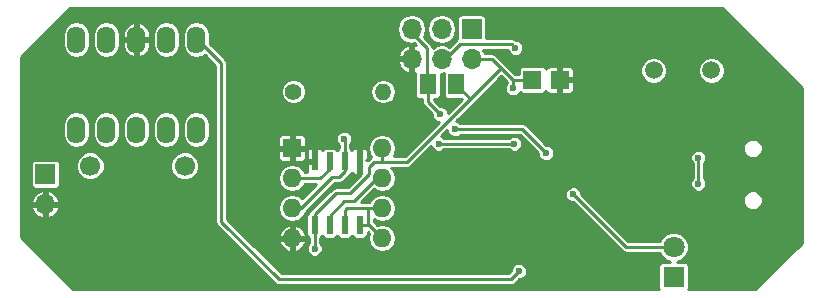
<source format=gbl>
G04 #@! TF.FileFunction,Copper,L2,Bot,Signal*
%FSLAX46Y46*%
G04 Gerber Fmt 4.6, Leading zero omitted, Abs format (unit mm)*
G04 Created by KiCad (PCBNEW 4.0.7-e2-6376~58~ubuntu14.04.1) date Mon Mar 25 04:59:34 2019*
%MOMM*%
%LPD*%
G01*
G04 APERTURE LIST*
%ADD10C,0.100000*%
%ADD11R,1.600000X1.600000*%
%ADD12O,1.600000X1.600000*%
%ADD13R,0.600000X1.550000*%
%ADD14O,1.600000X2.300000*%
%ADD15C,1.500000*%
%ADD16C,1.400000*%
%ADD17O,1.400000X1.400000*%
%ADD18R,1.700000X1.700000*%
%ADD19O,1.700000X1.700000*%
%ADD20R,1.400000X1.700000*%
%ADD21R,1.800000X1.800000*%
%ADD22C,1.800000*%
%ADD23C,1.700000*%
%ADD24C,0.600000*%
%ADD25C,0.250000*%
%ADD26C,0.254000*%
G04 APERTURE END LIST*
D10*
D11*
X173900000Y-95800000D03*
D12*
X181520000Y-103420000D03*
X173900000Y-98340000D03*
X181520000Y-100880000D03*
X173900000Y-100880000D03*
X181520000Y-98340000D03*
X173900000Y-103420000D03*
X181520000Y-95800000D03*
D13*
X175795000Y-96900000D03*
X177065000Y-96900000D03*
X178335000Y-96900000D03*
X179605000Y-96900000D03*
X179605000Y-102300000D03*
X178335000Y-102300000D03*
X177065000Y-102300000D03*
X175795000Y-102300000D03*
D14*
X165800000Y-86600000D03*
X163260000Y-86600000D03*
X160720000Y-86600000D03*
X158180000Y-86600000D03*
X155640000Y-86600000D03*
X155640000Y-94220000D03*
X158180000Y-94220000D03*
X160720000Y-94220000D03*
X163260000Y-94220000D03*
X165800000Y-94220000D03*
D11*
X196550000Y-90000000D03*
X194250000Y-90000000D03*
D15*
X209400000Y-89200000D03*
X204520000Y-89200000D03*
D16*
X174000000Y-91000000D03*
D17*
X181620000Y-91000000D03*
D18*
X189100000Y-85700000D03*
D19*
X189100000Y-88240000D03*
X186560000Y-85700000D03*
X186560000Y-88240000D03*
X184020000Y-85700000D03*
X184020000Y-88240000D03*
D20*
X187800000Y-90400000D03*
X185400000Y-90400000D03*
D18*
X153000000Y-98000000D03*
D19*
X153000000Y-100540000D03*
D21*
X206200000Y-106700000D03*
D22*
X206200000Y-104160000D03*
D23*
X156800000Y-97300000D03*
X164800000Y-97300000D03*
D24*
X175300000Y-88600000D03*
X159600000Y-101700000D03*
X187300000Y-92100000D03*
X193700000Y-85900000D03*
X198700000Y-85300000D03*
X194100000Y-93000000D03*
X197500000Y-93000000D03*
X188500000Y-105800000D03*
X175800000Y-104300000D03*
X192600000Y-90700000D03*
X178300000Y-95000000D03*
X186300000Y-95400000D03*
X192700000Y-95400000D03*
X193100000Y-106200000D03*
X208300000Y-98800000D03*
X208300000Y-96600000D03*
X192800000Y-87300000D03*
X186400000Y-92900000D03*
X187700000Y-94200000D03*
X195400000Y-96200000D03*
X197700000Y-99700000D03*
D25*
X198100000Y-85900000D02*
X193700000Y-85900000D01*
X198700000Y-85300000D02*
X198100000Y-85900000D01*
X173900000Y-103420000D02*
X173900000Y-103300000D01*
X179605000Y-97595000D02*
X179605000Y-96900000D01*
X189100000Y-88240000D02*
X190840000Y-88240000D01*
X190840000Y-88240000D02*
X191100000Y-88500000D01*
X181520000Y-95800000D02*
X181520000Y-96950000D01*
X181500000Y-96950000D02*
X181520000Y-96950000D01*
X180850000Y-96950000D02*
X180400000Y-97400000D01*
X180400000Y-97400000D02*
X180400000Y-98000000D01*
X180400000Y-98000000D02*
X178800000Y-99600000D01*
X178800000Y-99600000D02*
X177600000Y-99600000D01*
X177600000Y-99600000D02*
X175795000Y-101405000D01*
X175795000Y-101405000D02*
X175795000Y-102300000D01*
X180850000Y-96950000D02*
X181500000Y-96950000D01*
X181520000Y-96950000D02*
X183650000Y-96950000D01*
X184800000Y-95800000D02*
X189000000Y-91600000D01*
X183650000Y-96950000D02*
X184800000Y-95800000D01*
X187800000Y-90400000D02*
X189000000Y-91600000D01*
X189000000Y-91600000D02*
X191600000Y-89000000D01*
X175795000Y-102300000D02*
X175795000Y-104295000D01*
X175795000Y-104295000D02*
X175800000Y-104300000D01*
X192600000Y-90000000D02*
X192600000Y-90700000D01*
X192600000Y-90000000D02*
X194250000Y-90000000D01*
X191100000Y-88500000D02*
X191600000Y-89000000D01*
X191600000Y-89000000D02*
X192600000Y-90000000D01*
X181520000Y-95800000D02*
X181520000Y-96280000D01*
X177065000Y-96900000D02*
X177065000Y-97535000D01*
X177065000Y-97535000D02*
X176260000Y-98340000D01*
X176260000Y-98340000D02*
X173900000Y-98340000D01*
X178335000Y-95035000D02*
X178335000Y-96900000D01*
X178300000Y-95000000D02*
X178335000Y-95035000D01*
X178335000Y-96900000D02*
X178335000Y-97765000D01*
X177300000Y-98200000D02*
X174620000Y-100880000D01*
X177900000Y-98200000D02*
X177300000Y-98200000D01*
X178335000Y-97765000D02*
X177900000Y-98200000D01*
X174620000Y-100880000D02*
X173900000Y-100880000D01*
X180300000Y-100880000D02*
X180300000Y-102300000D01*
X179605000Y-102300000D02*
X180300000Y-102300000D01*
X180300000Y-102300000D02*
X180400000Y-102300000D01*
X180400000Y-102300000D02*
X181520000Y-103420000D01*
X179605000Y-102300000D02*
X179605000Y-102805000D01*
X178335000Y-102300000D02*
X178335000Y-101065000D01*
X178520000Y-100880000D02*
X180300000Y-100880000D01*
X180300000Y-100880000D02*
X181520000Y-100880000D01*
X178335000Y-101065000D02*
X178520000Y-100880000D01*
X192700000Y-95400000D02*
X186300000Y-95400000D01*
X178300000Y-100300000D02*
X179100000Y-100300000D01*
X179100000Y-100300000D02*
X179300000Y-100100000D01*
X179300000Y-100100000D02*
X181060000Y-98340000D01*
X181060000Y-98340000D02*
X181520000Y-98340000D01*
X177065000Y-102300000D02*
X177065000Y-101535000D01*
X177065000Y-101535000D02*
X178300000Y-100300000D01*
X165800000Y-86600000D02*
X165900000Y-86600000D01*
X165900000Y-86600000D02*
X167900000Y-88600000D01*
X192400000Y-106900000D02*
X193100000Y-106200000D01*
X172800000Y-106900000D02*
X192400000Y-106900000D01*
X167900000Y-102000000D02*
X172800000Y-106900000D01*
X167900000Y-88600000D02*
X167900000Y-102000000D01*
X208300000Y-96600000D02*
X208300000Y-98800000D01*
X186560000Y-88240000D02*
X186860000Y-88240000D01*
X186860000Y-88240000D02*
X188100000Y-87000000D01*
X192500000Y-87000000D02*
X192800000Y-87300000D01*
X188100000Y-87000000D02*
X192500000Y-87000000D01*
X184020000Y-85700000D02*
X184020000Y-86020000D01*
X184020000Y-86020000D02*
X185300000Y-87300000D01*
X185400000Y-91900000D02*
X185400000Y-90400000D01*
X186400000Y-92900000D02*
X185400000Y-91900000D01*
X193400000Y-94200000D02*
X187700000Y-94200000D01*
X195400000Y-96200000D02*
X193400000Y-94200000D01*
X184020000Y-85700000D02*
X184020000Y-86120000D01*
X185300000Y-87300000D02*
X185300000Y-90300000D01*
X185300000Y-90300000D02*
X185400000Y-90400000D01*
X202160000Y-104160000D02*
X206200000Y-104160000D01*
X197700000Y-99700000D02*
X202160000Y-104160000D01*
D26*
G36*
X217048000Y-90687224D02*
X217048000Y-103812776D01*
X213112776Y-107748000D01*
X207454414Y-107748000D01*
X207484385Y-107600000D01*
X207484385Y-105800000D01*
X207458097Y-105660292D01*
X207375530Y-105531980D01*
X207249547Y-105445899D01*
X207100000Y-105415615D01*
X206505187Y-105415615D01*
X206922417Y-105243219D01*
X207281957Y-104884307D01*
X207476778Y-104415125D01*
X207477221Y-103907103D01*
X207283219Y-103437583D01*
X206924307Y-103078043D01*
X206455125Y-102883222D01*
X205947103Y-102882779D01*
X205477583Y-103076781D01*
X205118043Y-103435693D01*
X205025733Y-103658000D01*
X202367935Y-103658000D01*
X199073715Y-100363779D01*
X212072857Y-100363779D01*
X212198495Y-100667846D01*
X212430930Y-100900688D01*
X212734778Y-101026856D01*
X213063779Y-101027143D01*
X213367846Y-100901505D01*
X213600688Y-100669070D01*
X213726856Y-100365222D01*
X213727143Y-100036221D01*
X213601505Y-99732154D01*
X213369070Y-99499312D01*
X213065222Y-99373144D01*
X212736221Y-99372857D01*
X212432154Y-99498495D01*
X212199312Y-99730930D01*
X212073144Y-100034778D01*
X212072857Y-100363779D01*
X199073715Y-100363779D01*
X198377029Y-99667093D01*
X198377117Y-99565927D01*
X198274267Y-99317011D01*
X198083990Y-99126402D01*
X197835254Y-99023118D01*
X197565927Y-99022883D01*
X197317011Y-99125733D01*
X197126402Y-99316010D01*
X197023118Y-99564746D01*
X197022883Y-99834073D01*
X197125733Y-100082989D01*
X197316010Y-100273598D01*
X197564746Y-100376882D01*
X197667035Y-100376971D01*
X201805030Y-104514965D01*
X201805032Y-104514968D01*
X201967893Y-104623788D01*
X202160000Y-104662000D01*
X205025706Y-104662000D01*
X205116781Y-104882417D01*
X205475693Y-105241957D01*
X205893909Y-105415615D01*
X205300000Y-105415615D01*
X205160292Y-105441903D01*
X205031980Y-105524470D01*
X204945899Y-105650453D01*
X204915615Y-105800000D01*
X204915615Y-107600000D01*
X204941903Y-107739708D01*
X204947239Y-107748000D01*
X155387224Y-107748000D01*
X150952000Y-103312776D01*
X150952000Y-100856351D01*
X151814482Y-100856351D01*
X151938011Y-101154600D01*
X152254047Y-101514222D01*
X152683648Y-101725528D01*
X152873000Y-101666171D01*
X152873000Y-100667000D01*
X153127000Y-100667000D01*
X153127000Y-101666171D01*
X153316352Y-101725528D01*
X153745953Y-101514222D01*
X154061989Y-101154600D01*
X154185518Y-100856351D01*
X154125608Y-100667000D01*
X153127000Y-100667000D01*
X152873000Y-100667000D01*
X151874392Y-100667000D01*
X151814482Y-100856351D01*
X150952000Y-100856351D01*
X150952000Y-100223649D01*
X151814482Y-100223649D01*
X151874392Y-100413000D01*
X152873000Y-100413000D01*
X152873000Y-99413829D01*
X153127000Y-99413829D01*
X153127000Y-100413000D01*
X154125608Y-100413000D01*
X154185518Y-100223649D01*
X154061989Y-99925400D01*
X153745953Y-99565778D01*
X153316352Y-99354472D01*
X153127000Y-99413829D01*
X152873000Y-99413829D01*
X152683648Y-99354472D01*
X152254047Y-99565778D01*
X151938011Y-99925400D01*
X151814482Y-100223649D01*
X150952000Y-100223649D01*
X150952000Y-97150000D01*
X151765615Y-97150000D01*
X151765615Y-98850000D01*
X151791903Y-98989708D01*
X151874470Y-99118020D01*
X152000453Y-99204101D01*
X152150000Y-99234385D01*
X153850000Y-99234385D01*
X153989708Y-99208097D01*
X154118020Y-99125530D01*
X154204101Y-98999547D01*
X154234385Y-98850000D01*
X154234385Y-97542995D01*
X155572788Y-97542995D01*
X155759194Y-97994131D01*
X156104053Y-98339593D01*
X156554864Y-98526786D01*
X157042995Y-98527212D01*
X157494131Y-98340806D01*
X157839593Y-97995947D01*
X158026786Y-97545136D01*
X158026787Y-97542995D01*
X163572788Y-97542995D01*
X163759194Y-97994131D01*
X164104053Y-98339593D01*
X164554864Y-98526786D01*
X165042995Y-98527212D01*
X165494131Y-98340806D01*
X165839593Y-97995947D01*
X166026786Y-97545136D01*
X166027212Y-97057005D01*
X165840806Y-96605869D01*
X165495947Y-96260407D01*
X165045136Y-96073214D01*
X164557005Y-96072788D01*
X164105869Y-96259194D01*
X163760407Y-96604053D01*
X163573214Y-97054864D01*
X163572788Y-97542995D01*
X158026787Y-97542995D01*
X158027212Y-97057005D01*
X157840806Y-96605869D01*
X157495947Y-96260407D01*
X157045136Y-96073214D01*
X156557005Y-96072788D01*
X156105869Y-96259194D01*
X155760407Y-96604053D01*
X155573214Y-97054864D01*
X155572788Y-97542995D01*
X154234385Y-97542995D01*
X154234385Y-97150000D01*
X154208097Y-97010292D01*
X154125530Y-96881980D01*
X153999547Y-96795899D01*
X153850000Y-96765615D01*
X152150000Y-96765615D01*
X152010292Y-96791903D01*
X151881980Y-96874470D01*
X151795899Y-97000453D01*
X151765615Y-97150000D01*
X150952000Y-97150000D01*
X150952000Y-93840084D01*
X154463000Y-93840084D01*
X154463000Y-94599916D01*
X154552594Y-95050334D01*
X154807735Y-95432181D01*
X155189582Y-95687322D01*
X155640000Y-95776916D01*
X156090418Y-95687322D01*
X156472265Y-95432181D01*
X156727406Y-95050334D01*
X156817000Y-94599916D01*
X156817000Y-93840084D01*
X157003000Y-93840084D01*
X157003000Y-94599916D01*
X157092594Y-95050334D01*
X157347735Y-95432181D01*
X157729582Y-95687322D01*
X158180000Y-95776916D01*
X158630418Y-95687322D01*
X159012265Y-95432181D01*
X159267406Y-95050334D01*
X159357000Y-94599916D01*
X159357000Y-93840084D01*
X159543000Y-93840084D01*
X159543000Y-94599916D01*
X159632594Y-95050334D01*
X159887735Y-95432181D01*
X160269582Y-95687322D01*
X160720000Y-95776916D01*
X161170418Y-95687322D01*
X161552265Y-95432181D01*
X161807406Y-95050334D01*
X161897000Y-94599916D01*
X161897000Y-93840084D01*
X162083000Y-93840084D01*
X162083000Y-94599916D01*
X162172594Y-95050334D01*
X162427735Y-95432181D01*
X162809582Y-95687322D01*
X163260000Y-95776916D01*
X163710418Y-95687322D01*
X164092265Y-95432181D01*
X164347406Y-95050334D01*
X164437000Y-94599916D01*
X164437000Y-93840084D01*
X164623000Y-93840084D01*
X164623000Y-94599916D01*
X164712594Y-95050334D01*
X164967735Y-95432181D01*
X165349582Y-95687322D01*
X165800000Y-95776916D01*
X166250418Y-95687322D01*
X166632265Y-95432181D01*
X166887406Y-95050334D01*
X166977000Y-94599916D01*
X166977000Y-93840084D01*
X166887406Y-93389666D01*
X166632265Y-93007819D01*
X166250418Y-92752678D01*
X165800000Y-92663084D01*
X165349582Y-92752678D01*
X164967735Y-93007819D01*
X164712594Y-93389666D01*
X164623000Y-93840084D01*
X164437000Y-93840084D01*
X164347406Y-93389666D01*
X164092265Y-93007819D01*
X163710418Y-92752678D01*
X163260000Y-92663084D01*
X162809582Y-92752678D01*
X162427735Y-93007819D01*
X162172594Y-93389666D01*
X162083000Y-93840084D01*
X161897000Y-93840084D01*
X161807406Y-93389666D01*
X161552265Y-93007819D01*
X161170418Y-92752678D01*
X160720000Y-92663084D01*
X160269582Y-92752678D01*
X159887735Y-93007819D01*
X159632594Y-93389666D01*
X159543000Y-93840084D01*
X159357000Y-93840084D01*
X159267406Y-93389666D01*
X159012265Y-93007819D01*
X158630418Y-92752678D01*
X158180000Y-92663084D01*
X157729582Y-92752678D01*
X157347735Y-93007819D01*
X157092594Y-93389666D01*
X157003000Y-93840084D01*
X156817000Y-93840084D01*
X156727406Y-93389666D01*
X156472265Y-93007819D01*
X156090418Y-92752678D01*
X155640000Y-92663084D01*
X155189582Y-92752678D01*
X154807735Y-93007819D01*
X154552594Y-93389666D01*
X154463000Y-93840084D01*
X150952000Y-93840084D01*
X150952000Y-88087224D01*
X152819140Y-86220084D01*
X154463000Y-86220084D01*
X154463000Y-86979916D01*
X154552594Y-87430334D01*
X154807735Y-87812181D01*
X155189582Y-88067322D01*
X155640000Y-88156916D01*
X156090418Y-88067322D01*
X156472265Y-87812181D01*
X156727406Y-87430334D01*
X156817000Y-86979916D01*
X156817000Y-86220084D01*
X157003000Y-86220084D01*
X157003000Y-86979916D01*
X157092594Y-87430334D01*
X157347735Y-87812181D01*
X157729582Y-88067322D01*
X158180000Y-88156916D01*
X158630418Y-88067322D01*
X159012265Y-87812181D01*
X159267406Y-87430334D01*
X159357000Y-86979916D01*
X159357000Y-86727000D01*
X159543000Y-86727000D01*
X159543000Y-87077000D01*
X159681195Y-87517751D01*
X159977538Y-87872067D01*
X160411515Y-88085855D01*
X160593000Y-88025276D01*
X160593000Y-86727000D01*
X160847000Y-86727000D01*
X160847000Y-88025276D01*
X161028485Y-88085855D01*
X161462462Y-87872067D01*
X161758805Y-87517751D01*
X161897000Y-87077000D01*
X161897000Y-86727000D01*
X160847000Y-86727000D01*
X160593000Y-86727000D01*
X159543000Y-86727000D01*
X159357000Y-86727000D01*
X159357000Y-86220084D01*
X159337689Y-86123000D01*
X159543000Y-86123000D01*
X159543000Y-86473000D01*
X160593000Y-86473000D01*
X160593000Y-85174724D01*
X160847000Y-85174724D01*
X160847000Y-86473000D01*
X161897000Y-86473000D01*
X161897000Y-86220084D01*
X162083000Y-86220084D01*
X162083000Y-86979916D01*
X162172594Y-87430334D01*
X162427735Y-87812181D01*
X162809582Y-88067322D01*
X163260000Y-88156916D01*
X163710418Y-88067322D01*
X164092265Y-87812181D01*
X164347406Y-87430334D01*
X164437000Y-86979916D01*
X164437000Y-86220084D01*
X164623000Y-86220084D01*
X164623000Y-86979916D01*
X164712594Y-87430334D01*
X164967735Y-87812181D01*
X165349582Y-88067322D01*
X165800000Y-88156916D01*
X166250418Y-88067322D01*
X166494378Y-87904314D01*
X167398000Y-88807936D01*
X167398000Y-101999995D01*
X167397999Y-102000000D01*
X167436212Y-102192107D01*
X167545032Y-102354968D01*
X172445030Y-107254965D01*
X172445032Y-107254968D01*
X172607893Y-107363788D01*
X172800000Y-107402000D01*
X192399995Y-107402000D01*
X192400000Y-107402001D01*
X192592107Y-107363788D01*
X192754968Y-107254968D01*
X193132907Y-106877029D01*
X193234073Y-106877117D01*
X193482989Y-106774267D01*
X193673598Y-106583990D01*
X193776882Y-106335254D01*
X193777117Y-106065927D01*
X193674267Y-105817011D01*
X193483990Y-105626402D01*
X193235254Y-105523118D01*
X192965927Y-105522883D01*
X192717011Y-105625733D01*
X192526402Y-105816010D01*
X192423118Y-106064746D01*
X192423029Y-106167036D01*
X192192064Y-106398000D01*
X173007935Y-106398000D01*
X170338421Y-103728485D01*
X172764145Y-103728485D01*
X172878688Y-104005045D01*
X173180318Y-104351350D01*
X173591513Y-104555866D01*
X173773000Y-104495890D01*
X173773000Y-103547000D01*
X174027000Y-103547000D01*
X174027000Y-104495890D01*
X174208487Y-104555866D01*
X174619682Y-104351350D01*
X174921312Y-104005045D01*
X175035855Y-103728485D01*
X174975276Y-103547000D01*
X174027000Y-103547000D01*
X173773000Y-103547000D01*
X172824724Y-103547000D01*
X172764145Y-103728485D01*
X170338421Y-103728485D01*
X169721451Y-103111515D01*
X172764145Y-103111515D01*
X172824724Y-103293000D01*
X173773000Y-103293000D01*
X173773000Y-102344110D01*
X174027000Y-102344110D01*
X174027000Y-103293000D01*
X174975276Y-103293000D01*
X175035855Y-103111515D01*
X174921312Y-102834955D01*
X174619682Y-102488650D01*
X174208487Y-102284134D01*
X174027000Y-102344110D01*
X173773000Y-102344110D01*
X173591513Y-102284134D01*
X173180318Y-102488650D01*
X172878688Y-102834955D01*
X172764145Y-103111515D01*
X169721451Y-103111515D01*
X168402000Y-101792064D01*
X168402000Y-98340000D01*
X172699941Y-98340000D01*
X172789535Y-98790418D01*
X173044676Y-99172265D01*
X173426523Y-99427406D01*
X173876941Y-99517000D01*
X173923059Y-99517000D01*
X174373477Y-99427406D01*
X174755324Y-99172265D01*
X174975999Y-98842000D01*
X175948065Y-98842000D01*
X174747534Y-100042530D01*
X174373477Y-99792594D01*
X173923059Y-99703000D01*
X173876941Y-99703000D01*
X173426523Y-99792594D01*
X173044676Y-100047735D01*
X172789535Y-100429582D01*
X172699941Y-100880000D01*
X172789535Y-101330418D01*
X173044676Y-101712265D01*
X173426523Y-101967406D01*
X173876941Y-102057000D01*
X173923059Y-102057000D01*
X174373477Y-101967406D01*
X174755324Y-101712265D01*
X174880449Y-101525000D01*
X175110615Y-101525000D01*
X175110615Y-103075000D01*
X175136903Y-103214708D01*
X175219470Y-103343020D01*
X175293000Y-103393261D01*
X175293000Y-103849528D01*
X175226402Y-103916010D01*
X175123118Y-104164746D01*
X175122883Y-104434073D01*
X175225733Y-104682989D01*
X175416010Y-104873598D01*
X175664746Y-104976882D01*
X175934073Y-104977117D01*
X176182989Y-104874267D01*
X176373598Y-104683990D01*
X176476882Y-104435254D01*
X176477117Y-104165927D01*
X176374267Y-103917011D01*
X176297000Y-103839609D01*
X176297000Y-103393013D01*
X176363020Y-103350530D01*
X176430630Y-103251580D01*
X176489470Y-103343020D01*
X176615453Y-103429101D01*
X176765000Y-103459385D01*
X177365000Y-103459385D01*
X177504708Y-103433097D01*
X177633020Y-103350530D01*
X177700630Y-103251580D01*
X177759470Y-103343020D01*
X177885453Y-103429101D01*
X178035000Y-103459385D01*
X178635000Y-103459385D01*
X178774708Y-103433097D01*
X178903020Y-103350530D01*
X178970630Y-103251580D01*
X179029470Y-103343020D01*
X179155453Y-103429101D01*
X179305000Y-103459385D01*
X179905000Y-103459385D01*
X180044708Y-103433097D01*
X180173020Y-103350530D01*
X180259101Y-103224547D01*
X180289385Y-103075000D01*
X180289385Y-102899321D01*
X180401258Y-103011194D01*
X180319941Y-103420000D01*
X180409535Y-103870418D01*
X180664676Y-104252265D01*
X181046523Y-104507406D01*
X181496941Y-104597000D01*
X181543059Y-104597000D01*
X181993477Y-104507406D01*
X182375324Y-104252265D01*
X182630465Y-103870418D01*
X182720059Y-103420000D01*
X182630465Y-102969582D01*
X182375324Y-102587735D01*
X181993477Y-102332594D01*
X181543059Y-102243000D01*
X181496941Y-102243000D01*
X181126601Y-102316665D01*
X180802000Y-101992064D01*
X180802000Y-101804022D01*
X181046523Y-101967406D01*
X181496941Y-102057000D01*
X181543059Y-102057000D01*
X181993477Y-101967406D01*
X182375324Y-101712265D01*
X182630465Y-101330418D01*
X182720059Y-100880000D01*
X182630465Y-100429582D01*
X182375324Y-100047735D01*
X181993477Y-99792594D01*
X181543059Y-99703000D01*
X181496941Y-99703000D01*
X181046523Y-99792594D01*
X180664676Y-100047735D01*
X180444001Y-100378000D01*
X179731936Y-100378000D01*
X180828325Y-99281611D01*
X181046523Y-99427406D01*
X181496941Y-99517000D01*
X181543059Y-99517000D01*
X181993477Y-99427406D01*
X182375324Y-99172265D01*
X182630465Y-98790418D01*
X182720059Y-98340000D01*
X182630465Y-97889582D01*
X182375324Y-97507735D01*
X182291910Y-97452000D01*
X183649995Y-97452000D01*
X183650000Y-97452001D01*
X183842107Y-97413788D01*
X184004968Y-97304968D01*
X185154965Y-96154970D01*
X185154968Y-96154968D01*
X185667612Y-95642324D01*
X185725733Y-95782989D01*
X185916010Y-95973598D01*
X186164746Y-96076882D01*
X186434073Y-96077117D01*
X186682989Y-95974267D01*
X186755382Y-95902000D01*
X192244537Y-95902000D01*
X192316010Y-95973598D01*
X192564746Y-96076882D01*
X192834073Y-96077117D01*
X193082989Y-95974267D01*
X193273598Y-95783990D01*
X193376882Y-95535254D01*
X193377117Y-95265927D01*
X193274267Y-95017011D01*
X193083990Y-94826402D01*
X192835254Y-94723118D01*
X192565927Y-94722883D01*
X192317011Y-94825733D01*
X192244618Y-94898000D01*
X186755463Y-94898000D01*
X186683990Y-94826402D01*
X186542349Y-94767587D01*
X187022924Y-94287012D01*
X187022883Y-94334073D01*
X187125733Y-94582989D01*
X187316010Y-94773598D01*
X187564746Y-94876882D01*
X187834073Y-94877117D01*
X188082989Y-94774267D01*
X188155382Y-94702000D01*
X193192064Y-94702000D01*
X194722971Y-96232907D01*
X194722883Y-96334073D01*
X194825733Y-96582989D01*
X195016010Y-96773598D01*
X195264746Y-96876882D01*
X195534073Y-96877117D01*
X195782989Y-96774267D01*
X195823253Y-96734073D01*
X207622883Y-96734073D01*
X207725733Y-96982989D01*
X207798000Y-97055382D01*
X207798000Y-98344537D01*
X207726402Y-98416010D01*
X207623118Y-98664746D01*
X207622883Y-98934073D01*
X207725733Y-99182989D01*
X207916010Y-99373598D01*
X208164746Y-99476882D01*
X208434073Y-99477117D01*
X208682989Y-99374267D01*
X208873598Y-99183990D01*
X208976882Y-98935254D01*
X208977117Y-98665927D01*
X208874267Y-98417011D01*
X208802000Y-98344618D01*
X208802000Y-97055463D01*
X208873598Y-96983990D01*
X208976882Y-96735254D01*
X208977117Y-96465927D01*
X208874267Y-96217011D01*
X208683990Y-96026402D01*
X208533177Y-95963779D01*
X212072857Y-95963779D01*
X212198495Y-96267846D01*
X212430930Y-96500688D01*
X212734778Y-96626856D01*
X213063779Y-96627143D01*
X213367846Y-96501505D01*
X213600688Y-96269070D01*
X213726856Y-95965222D01*
X213727143Y-95636221D01*
X213601505Y-95332154D01*
X213369070Y-95099312D01*
X213065222Y-94973144D01*
X212736221Y-94972857D01*
X212432154Y-95098495D01*
X212199312Y-95330930D01*
X212073144Y-95634778D01*
X212072857Y-95963779D01*
X208533177Y-95963779D01*
X208435254Y-95923118D01*
X208165927Y-95922883D01*
X207917011Y-96025733D01*
X207726402Y-96216010D01*
X207623118Y-96464746D01*
X207622883Y-96734073D01*
X195823253Y-96734073D01*
X195973598Y-96583990D01*
X196076882Y-96335254D01*
X196077117Y-96065927D01*
X195974267Y-95817011D01*
X195783990Y-95626402D01*
X195535254Y-95523118D01*
X195432965Y-95523029D01*
X193754968Y-93845032D01*
X193592107Y-93736212D01*
X193400000Y-93697999D01*
X193399995Y-93698000D01*
X188155463Y-93698000D01*
X188083990Y-93626402D01*
X187835254Y-93523118D01*
X187786860Y-93523076D01*
X189354969Y-91954967D01*
X191600000Y-89709935D01*
X192098000Y-90207935D01*
X192098000Y-90244537D01*
X192026402Y-90316010D01*
X191923118Y-90564746D01*
X191922883Y-90834073D01*
X192025733Y-91082989D01*
X192216010Y-91273598D01*
X192464746Y-91376882D01*
X192734073Y-91377117D01*
X192982989Y-91274267D01*
X193173598Y-91083990D01*
X193178956Y-91071085D01*
X193300453Y-91154101D01*
X193450000Y-91184385D01*
X195050000Y-91184385D01*
X195189708Y-91158097D01*
X195318020Y-91075530D01*
X195403965Y-90949746D01*
X195430395Y-91013553D01*
X195536447Y-91119605D01*
X195675010Y-91177000D01*
X196328750Y-91177000D01*
X196423000Y-91082750D01*
X196423000Y-90127000D01*
X196677000Y-90127000D01*
X196677000Y-91082750D01*
X196771250Y-91177000D01*
X197424990Y-91177000D01*
X197563553Y-91119605D01*
X197669605Y-91013553D01*
X197727000Y-90874990D01*
X197727000Y-90221250D01*
X197632750Y-90127000D01*
X196677000Y-90127000D01*
X196423000Y-90127000D01*
X196403000Y-90127000D01*
X196403000Y-89873000D01*
X196423000Y-89873000D01*
X196423000Y-88917250D01*
X196677000Y-88917250D01*
X196677000Y-89873000D01*
X197632750Y-89873000D01*
X197727000Y-89778750D01*
X197727000Y-89423191D01*
X203392805Y-89423191D01*
X203564019Y-89837560D01*
X203880772Y-90154867D01*
X204294842Y-90326804D01*
X204743191Y-90327195D01*
X205157560Y-90155981D01*
X205474867Y-89839228D01*
X205646804Y-89425158D01*
X205646805Y-89423191D01*
X208272805Y-89423191D01*
X208444019Y-89837560D01*
X208760772Y-90154867D01*
X209174842Y-90326804D01*
X209623191Y-90327195D01*
X210037560Y-90155981D01*
X210354867Y-89839228D01*
X210526804Y-89425158D01*
X210527195Y-88976809D01*
X210355981Y-88562440D01*
X210039228Y-88245133D01*
X209625158Y-88073196D01*
X209176809Y-88072805D01*
X208762440Y-88244019D01*
X208445133Y-88560772D01*
X208273196Y-88974842D01*
X208272805Y-89423191D01*
X205646805Y-89423191D01*
X205647195Y-88976809D01*
X205475981Y-88562440D01*
X205159228Y-88245133D01*
X204745158Y-88073196D01*
X204296809Y-88072805D01*
X203882440Y-88244019D01*
X203565133Y-88560772D01*
X203393196Y-88974842D01*
X203392805Y-89423191D01*
X197727000Y-89423191D01*
X197727000Y-89125010D01*
X197669605Y-88986447D01*
X197563553Y-88880395D01*
X197424990Y-88823000D01*
X196771250Y-88823000D01*
X196677000Y-88917250D01*
X196423000Y-88917250D01*
X196328750Y-88823000D01*
X195675010Y-88823000D01*
X195536447Y-88880395D01*
X195430395Y-88986447D01*
X195403054Y-89052454D01*
X195325530Y-88931980D01*
X195199547Y-88845899D01*
X195050000Y-88815615D01*
X193450000Y-88815615D01*
X193310292Y-88841903D01*
X193181980Y-88924470D01*
X193095899Y-89050453D01*
X193065615Y-89200000D01*
X193065615Y-89498000D01*
X192807935Y-89498000D01*
X191954968Y-88645032D01*
X191954965Y-88645030D01*
X191454968Y-88145032D01*
X191454965Y-88145030D01*
X191194968Y-87885032D01*
X191032107Y-87776212D01*
X190840000Y-87737999D01*
X190839995Y-87738000D01*
X190227981Y-87738000D01*
X190070291Y-87502000D01*
X192150950Y-87502000D01*
X192225733Y-87682989D01*
X192416010Y-87873598D01*
X192664746Y-87976882D01*
X192934073Y-87977117D01*
X193182989Y-87874267D01*
X193373598Y-87683990D01*
X193476882Y-87435254D01*
X193477117Y-87165927D01*
X193374267Y-86917011D01*
X193183990Y-86726402D01*
X192935254Y-86623118D01*
X192822023Y-86623019D01*
X192692107Y-86536212D01*
X192500000Y-86497999D01*
X192499995Y-86498000D01*
X190334385Y-86498000D01*
X190334385Y-84850000D01*
X190308097Y-84710292D01*
X190225530Y-84581980D01*
X190099547Y-84495899D01*
X189950000Y-84465615D01*
X188250000Y-84465615D01*
X188110292Y-84491903D01*
X187981980Y-84574470D01*
X187895899Y-84700453D01*
X187865615Y-84850000D01*
X187865615Y-86550000D01*
X187868032Y-86562846D01*
X187745032Y-86645032D01*
X187745030Y-86645035D01*
X187196291Y-87193773D01*
X187029553Y-87082362D01*
X186560000Y-86988962D01*
X186090447Y-87082362D01*
X185797628Y-87278018D01*
X185763788Y-87107893D01*
X185763788Y-87107892D01*
X185691696Y-87000000D01*
X185654968Y-86945032D01*
X185654965Y-86945030D01*
X185053435Y-86343499D01*
X185153600Y-86193591D01*
X185247000Y-85724038D01*
X185247000Y-85675962D01*
X185333000Y-85675962D01*
X185333000Y-85724038D01*
X185426400Y-86193591D01*
X185692380Y-86591658D01*
X186090447Y-86857638D01*
X186560000Y-86951038D01*
X187029553Y-86857638D01*
X187427620Y-86591658D01*
X187693600Y-86193591D01*
X187787000Y-85724038D01*
X187787000Y-85675962D01*
X187693600Y-85206409D01*
X187427620Y-84808342D01*
X187029553Y-84542362D01*
X186560000Y-84448962D01*
X186090447Y-84542362D01*
X185692380Y-84808342D01*
X185426400Y-85206409D01*
X185333000Y-85675962D01*
X185247000Y-85675962D01*
X185153600Y-85206409D01*
X184887620Y-84808342D01*
X184489553Y-84542362D01*
X184020000Y-84448962D01*
X183550447Y-84542362D01*
X183152380Y-84808342D01*
X182886400Y-85206409D01*
X182793000Y-85675962D01*
X182793000Y-85724038D01*
X182886400Y-86193591D01*
X183152380Y-86591658D01*
X183550447Y-86857638D01*
X184020000Y-86951038D01*
X184204419Y-86914355D01*
X184350341Y-87060276D01*
X184336351Y-87054482D01*
X184147000Y-87114392D01*
X184147000Y-88113000D01*
X184167000Y-88113000D01*
X184167000Y-88367000D01*
X184147000Y-88367000D01*
X184147000Y-89365608D01*
X184336351Y-89425518D01*
X184341233Y-89423496D01*
X184315615Y-89550000D01*
X184315615Y-91250000D01*
X184341903Y-91389708D01*
X184424470Y-91518020D01*
X184550453Y-91604101D01*
X184700000Y-91634385D01*
X184898000Y-91634385D01*
X184898000Y-91899995D01*
X184897999Y-91900000D01*
X184936212Y-92092107D01*
X185045032Y-92254968D01*
X185722971Y-92932907D01*
X185722883Y-93034073D01*
X185825733Y-93282989D01*
X186016010Y-93473598D01*
X186264746Y-93576882D01*
X186313140Y-93576924D01*
X184445032Y-95445032D01*
X184445030Y-95445035D01*
X183442064Y-96448000D01*
X182498445Y-96448000D01*
X182630465Y-96250418D01*
X182720059Y-95800000D01*
X182630465Y-95349582D01*
X182375324Y-94967735D01*
X181993477Y-94712594D01*
X181543059Y-94623000D01*
X181496941Y-94623000D01*
X181046523Y-94712594D01*
X180664676Y-94967735D01*
X180409535Y-95349582D01*
X180319941Y-95800000D01*
X180409535Y-96250418D01*
X180595115Y-96528159D01*
X180495032Y-96595032D01*
X180282000Y-96808064D01*
X180282000Y-96772998D01*
X180187752Y-96772998D01*
X180282000Y-96678750D01*
X180282000Y-96050010D01*
X180224605Y-95911447D01*
X180118553Y-95805395D01*
X179979990Y-95748000D01*
X179826250Y-95748000D01*
X179732000Y-95842250D01*
X179732000Y-96773000D01*
X179752000Y-96773000D01*
X179752000Y-97027000D01*
X179732000Y-97027000D01*
X179732000Y-97957750D01*
X179732157Y-97957907D01*
X178592064Y-99098000D01*
X177600000Y-99098000D01*
X177407893Y-99136212D01*
X177245032Y-99245032D01*
X177245030Y-99245035D01*
X175440032Y-101050032D01*
X175362898Y-101165472D01*
X175355292Y-101166903D01*
X175226980Y-101249470D01*
X175140899Y-101375453D01*
X175110615Y-101525000D01*
X174880449Y-101525000D01*
X175010465Y-101330418D01*
X175042980Y-101166956D01*
X177507935Y-98702000D01*
X177899995Y-98702000D01*
X177900000Y-98702001D01*
X178092107Y-98663788D01*
X178254968Y-98554968D01*
X178689968Y-98119968D01*
X178744174Y-98038842D01*
X178774708Y-98033097D01*
X178903020Y-97950530D01*
X178970288Y-97852081D01*
X178985395Y-97888553D01*
X179091447Y-97994605D01*
X179230010Y-98052000D01*
X179383750Y-98052000D01*
X179478000Y-97957750D01*
X179478000Y-97027000D01*
X179458000Y-97027000D01*
X179458000Y-96773000D01*
X179478000Y-96773000D01*
X179478000Y-95842250D01*
X179383750Y-95748000D01*
X179230010Y-95748000D01*
X179091447Y-95805395D01*
X178985395Y-95911447D01*
X178969802Y-95949091D01*
X178910530Y-95856980D01*
X178837000Y-95806739D01*
X178837000Y-95420524D01*
X178873598Y-95383990D01*
X178976882Y-95135254D01*
X178977117Y-94865927D01*
X178874267Y-94617011D01*
X178683990Y-94426402D01*
X178435254Y-94323118D01*
X178165927Y-94322883D01*
X177917011Y-94425733D01*
X177726402Y-94616010D01*
X177623118Y-94864746D01*
X177622883Y-95134073D01*
X177725733Y-95382989D01*
X177833000Y-95490443D01*
X177833000Y-95806987D01*
X177766980Y-95849470D01*
X177699370Y-95948420D01*
X177640530Y-95856980D01*
X177514547Y-95770899D01*
X177365000Y-95740615D01*
X176765000Y-95740615D01*
X176625292Y-95766903D01*
X176496980Y-95849470D01*
X176429712Y-95947919D01*
X176414605Y-95911447D01*
X176308553Y-95805395D01*
X176169990Y-95748000D01*
X176016250Y-95748000D01*
X175922000Y-95842250D01*
X175922000Y-96773000D01*
X175942000Y-96773000D01*
X175942000Y-97027000D01*
X175922000Y-97027000D01*
X175922000Y-97047000D01*
X175668000Y-97047000D01*
X175668000Y-97027000D01*
X175212250Y-97027000D01*
X175118000Y-97121250D01*
X175118000Y-97749990D01*
X175154455Y-97838000D01*
X174975999Y-97838000D01*
X174755324Y-97507735D01*
X174373477Y-97252594D01*
X173923059Y-97163000D01*
X173876941Y-97163000D01*
X173426523Y-97252594D01*
X173044676Y-97507735D01*
X172789535Y-97889582D01*
X172699941Y-98340000D01*
X168402000Y-98340000D01*
X168402000Y-96021250D01*
X172723000Y-96021250D01*
X172723000Y-96674990D01*
X172780395Y-96813553D01*
X172886447Y-96919605D01*
X173025010Y-96977000D01*
X173678750Y-96977000D01*
X173773000Y-96882750D01*
X173773000Y-95927000D01*
X174027000Y-95927000D01*
X174027000Y-96882750D01*
X174121250Y-96977000D01*
X174774990Y-96977000D01*
X174913553Y-96919605D01*
X175019605Y-96813553D01*
X175077000Y-96674990D01*
X175077000Y-96050010D01*
X175118000Y-96050010D01*
X175118000Y-96678750D01*
X175212250Y-96773000D01*
X175668000Y-96773000D01*
X175668000Y-95842250D01*
X175573750Y-95748000D01*
X175420010Y-95748000D01*
X175281447Y-95805395D01*
X175175395Y-95911447D01*
X175118000Y-96050010D01*
X175077000Y-96050010D01*
X175077000Y-96021250D01*
X174982750Y-95927000D01*
X174027000Y-95927000D01*
X173773000Y-95927000D01*
X172817250Y-95927000D01*
X172723000Y-96021250D01*
X168402000Y-96021250D01*
X168402000Y-94925010D01*
X172723000Y-94925010D01*
X172723000Y-95578750D01*
X172817250Y-95673000D01*
X173773000Y-95673000D01*
X173773000Y-94717250D01*
X174027000Y-94717250D01*
X174027000Y-95673000D01*
X174982750Y-95673000D01*
X175077000Y-95578750D01*
X175077000Y-94925010D01*
X175019605Y-94786447D01*
X174913553Y-94680395D01*
X174774990Y-94623000D01*
X174121250Y-94623000D01*
X174027000Y-94717250D01*
X173773000Y-94717250D01*
X173678750Y-94623000D01*
X173025010Y-94623000D01*
X172886447Y-94680395D01*
X172780395Y-94786447D01*
X172723000Y-94925010D01*
X168402000Y-94925010D01*
X168402000Y-91213289D01*
X172922813Y-91213289D01*
X173086431Y-91609275D01*
X173389132Y-91912504D01*
X173784832Y-92076813D01*
X174213289Y-92077187D01*
X174609275Y-91913569D01*
X174912504Y-91610868D01*
X175076813Y-91215168D01*
X175077000Y-91000000D01*
X180521900Y-91000000D01*
X180603882Y-91412150D01*
X180837346Y-91761554D01*
X181186750Y-91995018D01*
X181598900Y-92077000D01*
X181641100Y-92077000D01*
X182053250Y-91995018D01*
X182402654Y-91761554D01*
X182636118Y-91412150D01*
X182718100Y-91000000D01*
X182636118Y-90587850D01*
X182402654Y-90238446D01*
X182053250Y-90004982D01*
X181641100Y-89923000D01*
X181598900Y-89923000D01*
X181186750Y-90004982D01*
X180837346Y-90238446D01*
X180603882Y-90587850D01*
X180521900Y-91000000D01*
X175077000Y-91000000D01*
X175077187Y-90786711D01*
X174913569Y-90390725D01*
X174610868Y-90087496D01*
X174215168Y-89923187D01*
X173786711Y-89922813D01*
X173390725Y-90086431D01*
X173087496Y-90389132D01*
X172923187Y-90784832D01*
X172922813Y-91213289D01*
X168402000Y-91213289D01*
X168402000Y-88600000D01*
X168393318Y-88556352D01*
X182834472Y-88556352D01*
X183045778Y-88985953D01*
X183405400Y-89301989D01*
X183703649Y-89425518D01*
X183893000Y-89365608D01*
X183893000Y-88367000D01*
X182893829Y-88367000D01*
X182834472Y-88556352D01*
X168393318Y-88556352D01*
X168381711Y-88497999D01*
X168363788Y-88407892D01*
X168254968Y-88245032D01*
X167933584Y-87923648D01*
X182834472Y-87923648D01*
X182893829Y-88113000D01*
X183893000Y-88113000D01*
X183893000Y-87114392D01*
X183703649Y-87054482D01*
X183405400Y-87178011D01*
X183045778Y-87494047D01*
X182834472Y-87923648D01*
X167933584Y-87923648D01*
X166977000Y-86967064D01*
X166977000Y-86220084D01*
X166887406Y-85769666D01*
X166632265Y-85387819D01*
X166250418Y-85132678D01*
X165800000Y-85043084D01*
X165349582Y-85132678D01*
X164967735Y-85387819D01*
X164712594Y-85769666D01*
X164623000Y-86220084D01*
X164437000Y-86220084D01*
X164347406Y-85769666D01*
X164092265Y-85387819D01*
X163710418Y-85132678D01*
X163260000Y-85043084D01*
X162809582Y-85132678D01*
X162427735Y-85387819D01*
X162172594Y-85769666D01*
X162083000Y-86220084D01*
X161897000Y-86220084D01*
X161897000Y-86123000D01*
X161758805Y-85682249D01*
X161462462Y-85327933D01*
X161028485Y-85114145D01*
X160847000Y-85174724D01*
X160593000Y-85174724D01*
X160411515Y-85114145D01*
X159977538Y-85327933D01*
X159681195Y-85682249D01*
X159543000Y-86123000D01*
X159337689Y-86123000D01*
X159267406Y-85769666D01*
X159012265Y-85387819D01*
X158630418Y-85132678D01*
X158180000Y-85043084D01*
X157729582Y-85132678D01*
X157347735Y-85387819D01*
X157092594Y-85769666D01*
X157003000Y-86220084D01*
X156817000Y-86220084D01*
X156727406Y-85769666D01*
X156472265Y-85387819D01*
X156090418Y-85132678D01*
X155640000Y-85043084D01*
X155189582Y-85132678D01*
X154807735Y-85387819D01*
X154552594Y-85769666D01*
X154463000Y-86220084D01*
X152819140Y-86220084D01*
X155087224Y-83952000D01*
X210312776Y-83952000D01*
X217048000Y-90687224D01*
X217048000Y-90687224D01*
G37*
X217048000Y-90687224D02*
X217048000Y-103812776D01*
X213112776Y-107748000D01*
X207454414Y-107748000D01*
X207484385Y-107600000D01*
X207484385Y-105800000D01*
X207458097Y-105660292D01*
X207375530Y-105531980D01*
X207249547Y-105445899D01*
X207100000Y-105415615D01*
X206505187Y-105415615D01*
X206922417Y-105243219D01*
X207281957Y-104884307D01*
X207476778Y-104415125D01*
X207477221Y-103907103D01*
X207283219Y-103437583D01*
X206924307Y-103078043D01*
X206455125Y-102883222D01*
X205947103Y-102882779D01*
X205477583Y-103076781D01*
X205118043Y-103435693D01*
X205025733Y-103658000D01*
X202367935Y-103658000D01*
X199073715Y-100363779D01*
X212072857Y-100363779D01*
X212198495Y-100667846D01*
X212430930Y-100900688D01*
X212734778Y-101026856D01*
X213063779Y-101027143D01*
X213367846Y-100901505D01*
X213600688Y-100669070D01*
X213726856Y-100365222D01*
X213727143Y-100036221D01*
X213601505Y-99732154D01*
X213369070Y-99499312D01*
X213065222Y-99373144D01*
X212736221Y-99372857D01*
X212432154Y-99498495D01*
X212199312Y-99730930D01*
X212073144Y-100034778D01*
X212072857Y-100363779D01*
X199073715Y-100363779D01*
X198377029Y-99667093D01*
X198377117Y-99565927D01*
X198274267Y-99317011D01*
X198083990Y-99126402D01*
X197835254Y-99023118D01*
X197565927Y-99022883D01*
X197317011Y-99125733D01*
X197126402Y-99316010D01*
X197023118Y-99564746D01*
X197022883Y-99834073D01*
X197125733Y-100082989D01*
X197316010Y-100273598D01*
X197564746Y-100376882D01*
X197667035Y-100376971D01*
X201805030Y-104514965D01*
X201805032Y-104514968D01*
X201967893Y-104623788D01*
X202160000Y-104662000D01*
X205025706Y-104662000D01*
X205116781Y-104882417D01*
X205475693Y-105241957D01*
X205893909Y-105415615D01*
X205300000Y-105415615D01*
X205160292Y-105441903D01*
X205031980Y-105524470D01*
X204945899Y-105650453D01*
X204915615Y-105800000D01*
X204915615Y-107600000D01*
X204941903Y-107739708D01*
X204947239Y-107748000D01*
X155387224Y-107748000D01*
X150952000Y-103312776D01*
X150952000Y-100856351D01*
X151814482Y-100856351D01*
X151938011Y-101154600D01*
X152254047Y-101514222D01*
X152683648Y-101725528D01*
X152873000Y-101666171D01*
X152873000Y-100667000D01*
X153127000Y-100667000D01*
X153127000Y-101666171D01*
X153316352Y-101725528D01*
X153745953Y-101514222D01*
X154061989Y-101154600D01*
X154185518Y-100856351D01*
X154125608Y-100667000D01*
X153127000Y-100667000D01*
X152873000Y-100667000D01*
X151874392Y-100667000D01*
X151814482Y-100856351D01*
X150952000Y-100856351D01*
X150952000Y-100223649D01*
X151814482Y-100223649D01*
X151874392Y-100413000D01*
X152873000Y-100413000D01*
X152873000Y-99413829D01*
X153127000Y-99413829D01*
X153127000Y-100413000D01*
X154125608Y-100413000D01*
X154185518Y-100223649D01*
X154061989Y-99925400D01*
X153745953Y-99565778D01*
X153316352Y-99354472D01*
X153127000Y-99413829D01*
X152873000Y-99413829D01*
X152683648Y-99354472D01*
X152254047Y-99565778D01*
X151938011Y-99925400D01*
X151814482Y-100223649D01*
X150952000Y-100223649D01*
X150952000Y-97150000D01*
X151765615Y-97150000D01*
X151765615Y-98850000D01*
X151791903Y-98989708D01*
X151874470Y-99118020D01*
X152000453Y-99204101D01*
X152150000Y-99234385D01*
X153850000Y-99234385D01*
X153989708Y-99208097D01*
X154118020Y-99125530D01*
X154204101Y-98999547D01*
X154234385Y-98850000D01*
X154234385Y-97542995D01*
X155572788Y-97542995D01*
X155759194Y-97994131D01*
X156104053Y-98339593D01*
X156554864Y-98526786D01*
X157042995Y-98527212D01*
X157494131Y-98340806D01*
X157839593Y-97995947D01*
X158026786Y-97545136D01*
X158026787Y-97542995D01*
X163572788Y-97542995D01*
X163759194Y-97994131D01*
X164104053Y-98339593D01*
X164554864Y-98526786D01*
X165042995Y-98527212D01*
X165494131Y-98340806D01*
X165839593Y-97995947D01*
X166026786Y-97545136D01*
X166027212Y-97057005D01*
X165840806Y-96605869D01*
X165495947Y-96260407D01*
X165045136Y-96073214D01*
X164557005Y-96072788D01*
X164105869Y-96259194D01*
X163760407Y-96604053D01*
X163573214Y-97054864D01*
X163572788Y-97542995D01*
X158026787Y-97542995D01*
X158027212Y-97057005D01*
X157840806Y-96605869D01*
X157495947Y-96260407D01*
X157045136Y-96073214D01*
X156557005Y-96072788D01*
X156105869Y-96259194D01*
X155760407Y-96604053D01*
X155573214Y-97054864D01*
X155572788Y-97542995D01*
X154234385Y-97542995D01*
X154234385Y-97150000D01*
X154208097Y-97010292D01*
X154125530Y-96881980D01*
X153999547Y-96795899D01*
X153850000Y-96765615D01*
X152150000Y-96765615D01*
X152010292Y-96791903D01*
X151881980Y-96874470D01*
X151795899Y-97000453D01*
X151765615Y-97150000D01*
X150952000Y-97150000D01*
X150952000Y-93840084D01*
X154463000Y-93840084D01*
X154463000Y-94599916D01*
X154552594Y-95050334D01*
X154807735Y-95432181D01*
X155189582Y-95687322D01*
X155640000Y-95776916D01*
X156090418Y-95687322D01*
X156472265Y-95432181D01*
X156727406Y-95050334D01*
X156817000Y-94599916D01*
X156817000Y-93840084D01*
X157003000Y-93840084D01*
X157003000Y-94599916D01*
X157092594Y-95050334D01*
X157347735Y-95432181D01*
X157729582Y-95687322D01*
X158180000Y-95776916D01*
X158630418Y-95687322D01*
X159012265Y-95432181D01*
X159267406Y-95050334D01*
X159357000Y-94599916D01*
X159357000Y-93840084D01*
X159543000Y-93840084D01*
X159543000Y-94599916D01*
X159632594Y-95050334D01*
X159887735Y-95432181D01*
X160269582Y-95687322D01*
X160720000Y-95776916D01*
X161170418Y-95687322D01*
X161552265Y-95432181D01*
X161807406Y-95050334D01*
X161897000Y-94599916D01*
X161897000Y-93840084D01*
X162083000Y-93840084D01*
X162083000Y-94599916D01*
X162172594Y-95050334D01*
X162427735Y-95432181D01*
X162809582Y-95687322D01*
X163260000Y-95776916D01*
X163710418Y-95687322D01*
X164092265Y-95432181D01*
X164347406Y-95050334D01*
X164437000Y-94599916D01*
X164437000Y-93840084D01*
X164623000Y-93840084D01*
X164623000Y-94599916D01*
X164712594Y-95050334D01*
X164967735Y-95432181D01*
X165349582Y-95687322D01*
X165800000Y-95776916D01*
X166250418Y-95687322D01*
X166632265Y-95432181D01*
X166887406Y-95050334D01*
X166977000Y-94599916D01*
X166977000Y-93840084D01*
X166887406Y-93389666D01*
X166632265Y-93007819D01*
X166250418Y-92752678D01*
X165800000Y-92663084D01*
X165349582Y-92752678D01*
X164967735Y-93007819D01*
X164712594Y-93389666D01*
X164623000Y-93840084D01*
X164437000Y-93840084D01*
X164347406Y-93389666D01*
X164092265Y-93007819D01*
X163710418Y-92752678D01*
X163260000Y-92663084D01*
X162809582Y-92752678D01*
X162427735Y-93007819D01*
X162172594Y-93389666D01*
X162083000Y-93840084D01*
X161897000Y-93840084D01*
X161807406Y-93389666D01*
X161552265Y-93007819D01*
X161170418Y-92752678D01*
X160720000Y-92663084D01*
X160269582Y-92752678D01*
X159887735Y-93007819D01*
X159632594Y-93389666D01*
X159543000Y-93840084D01*
X159357000Y-93840084D01*
X159267406Y-93389666D01*
X159012265Y-93007819D01*
X158630418Y-92752678D01*
X158180000Y-92663084D01*
X157729582Y-92752678D01*
X157347735Y-93007819D01*
X157092594Y-93389666D01*
X157003000Y-93840084D01*
X156817000Y-93840084D01*
X156727406Y-93389666D01*
X156472265Y-93007819D01*
X156090418Y-92752678D01*
X155640000Y-92663084D01*
X155189582Y-92752678D01*
X154807735Y-93007819D01*
X154552594Y-93389666D01*
X154463000Y-93840084D01*
X150952000Y-93840084D01*
X150952000Y-88087224D01*
X152819140Y-86220084D01*
X154463000Y-86220084D01*
X154463000Y-86979916D01*
X154552594Y-87430334D01*
X154807735Y-87812181D01*
X155189582Y-88067322D01*
X155640000Y-88156916D01*
X156090418Y-88067322D01*
X156472265Y-87812181D01*
X156727406Y-87430334D01*
X156817000Y-86979916D01*
X156817000Y-86220084D01*
X157003000Y-86220084D01*
X157003000Y-86979916D01*
X157092594Y-87430334D01*
X157347735Y-87812181D01*
X157729582Y-88067322D01*
X158180000Y-88156916D01*
X158630418Y-88067322D01*
X159012265Y-87812181D01*
X159267406Y-87430334D01*
X159357000Y-86979916D01*
X159357000Y-86727000D01*
X159543000Y-86727000D01*
X159543000Y-87077000D01*
X159681195Y-87517751D01*
X159977538Y-87872067D01*
X160411515Y-88085855D01*
X160593000Y-88025276D01*
X160593000Y-86727000D01*
X160847000Y-86727000D01*
X160847000Y-88025276D01*
X161028485Y-88085855D01*
X161462462Y-87872067D01*
X161758805Y-87517751D01*
X161897000Y-87077000D01*
X161897000Y-86727000D01*
X160847000Y-86727000D01*
X160593000Y-86727000D01*
X159543000Y-86727000D01*
X159357000Y-86727000D01*
X159357000Y-86220084D01*
X159337689Y-86123000D01*
X159543000Y-86123000D01*
X159543000Y-86473000D01*
X160593000Y-86473000D01*
X160593000Y-85174724D01*
X160847000Y-85174724D01*
X160847000Y-86473000D01*
X161897000Y-86473000D01*
X161897000Y-86220084D01*
X162083000Y-86220084D01*
X162083000Y-86979916D01*
X162172594Y-87430334D01*
X162427735Y-87812181D01*
X162809582Y-88067322D01*
X163260000Y-88156916D01*
X163710418Y-88067322D01*
X164092265Y-87812181D01*
X164347406Y-87430334D01*
X164437000Y-86979916D01*
X164437000Y-86220084D01*
X164623000Y-86220084D01*
X164623000Y-86979916D01*
X164712594Y-87430334D01*
X164967735Y-87812181D01*
X165349582Y-88067322D01*
X165800000Y-88156916D01*
X166250418Y-88067322D01*
X166494378Y-87904314D01*
X167398000Y-88807936D01*
X167398000Y-101999995D01*
X167397999Y-102000000D01*
X167436212Y-102192107D01*
X167545032Y-102354968D01*
X172445030Y-107254965D01*
X172445032Y-107254968D01*
X172607893Y-107363788D01*
X172800000Y-107402000D01*
X192399995Y-107402000D01*
X192400000Y-107402001D01*
X192592107Y-107363788D01*
X192754968Y-107254968D01*
X193132907Y-106877029D01*
X193234073Y-106877117D01*
X193482989Y-106774267D01*
X193673598Y-106583990D01*
X193776882Y-106335254D01*
X193777117Y-106065927D01*
X193674267Y-105817011D01*
X193483990Y-105626402D01*
X193235254Y-105523118D01*
X192965927Y-105522883D01*
X192717011Y-105625733D01*
X192526402Y-105816010D01*
X192423118Y-106064746D01*
X192423029Y-106167036D01*
X192192064Y-106398000D01*
X173007935Y-106398000D01*
X170338421Y-103728485D01*
X172764145Y-103728485D01*
X172878688Y-104005045D01*
X173180318Y-104351350D01*
X173591513Y-104555866D01*
X173773000Y-104495890D01*
X173773000Y-103547000D01*
X174027000Y-103547000D01*
X174027000Y-104495890D01*
X174208487Y-104555866D01*
X174619682Y-104351350D01*
X174921312Y-104005045D01*
X175035855Y-103728485D01*
X174975276Y-103547000D01*
X174027000Y-103547000D01*
X173773000Y-103547000D01*
X172824724Y-103547000D01*
X172764145Y-103728485D01*
X170338421Y-103728485D01*
X169721451Y-103111515D01*
X172764145Y-103111515D01*
X172824724Y-103293000D01*
X173773000Y-103293000D01*
X173773000Y-102344110D01*
X174027000Y-102344110D01*
X174027000Y-103293000D01*
X174975276Y-103293000D01*
X175035855Y-103111515D01*
X174921312Y-102834955D01*
X174619682Y-102488650D01*
X174208487Y-102284134D01*
X174027000Y-102344110D01*
X173773000Y-102344110D01*
X173591513Y-102284134D01*
X173180318Y-102488650D01*
X172878688Y-102834955D01*
X172764145Y-103111515D01*
X169721451Y-103111515D01*
X168402000Y-101792064D01*
X168402000Y-98340000D01*
X172699941Y-98340000D01*
X172789535Y-98790418D01*
X173044676Y-99172265D01*
X173426523Y-99427406D01*
X173876941Y-99517000D01*
X173923059Y-99517000D01*
X174373477Y-99427406D01*
X174755324Y-99172265D01*
X174975999Y-98842000D01*
X175948065Y-98842000D01*
X174747534Y-100042530D01*
X174373477Y-99792594D01*
X173923059Y-99703000D01*
X173876941Y-99703000D01*
X173426523Y-99792594D01*
X173044676Y-100047735D01*
X172789535Y-100429582D01*
X172699941Y-100880000D01*
X172789535Y-101330418D01*
X173044676Y-101712265D01*
X173426523Y-101967406D01*
X173876941Y-102057000D01*
X173923059Y-102057000D01*
X174373477Y-101967406D01*
X174755324Y-101712265D01*
X174880449Y-101525000D01*
X175110615Y-101525000D01*
X175110615Y-103075000D01*
X175136903Y-103214708D01*
X175219470Y-103343020D01*
X175293000Y-103393261D01*
X175293000Y-103849528D01*
X175226402Y-103916010D01*
X175123118Y-104164746D01*
X175122883Y-104434073D01*
X175225733Y-104682989D01*
X175416010Y-104873598D01*
X175664746Y-104976882D01*
X175934073Y-104977117D01*
X176182989Y-104874267D01*
X176373598Y-104683990D01*
X176476882Y-104435254D01*
X176477117Y-104165927D01*
X176374267Y-103917011D01*
X176297000Y-103839609D01*
X176297000Y-103393013D01*
X176363020Y-103350530D01*
X176430630Y-103251580D01*
X176489470Y-103343020D01*
X176615453Y-103429101D01*
X176765000Y-103459385D01*
X177365000Y-103459385D01*
X177504708Y-103433097D01*
X177633020Y-103350530D01*
X177700630Y-103251580D01*
X177759470Y-103343020D01*
X177885453Y-103429101D01*
X178035000Y-103459385D01*
X178635000Y-103459385D01*
X178774708Y-103433097D01*
X178903020Y-103350530D01*
X178970630Y-103251580D01*
X179029470Y-103343020D01*
X179155453Y-103429101D01*
X179305000Y-103459385D01*
X179905000Y-103459385D01*
X180044708Y-103433097D01*
X180173020Y-103350530D01*
X180259101Y-103224547D01*
X180289385Y-103075000D01*
X180289385Y-102899321D01*
X180401258Y-103011194D01*
X180319941Y-103420000D01*
X180409535Y-103870418D01*
X180664676Y-104252265D01*
X181046523Y-104507406D01*
X181496941Y-104597000D01*
X181543059Y-104597000D01*
X181993477Y-104507406D01*
X182375324Y-104252265D01*
X182630465Y-103870418D01*
X182720059Y-103420000D01*
X182630465Y-102969582D01*
X182375324Y-102587735D01*
X181993477Y-102332594D01*
X181543059Y-102243000D01*
X181496941Y-102243000D01*
X181126601Y-102316665D01*
X180802000Y-101992064D01*
X180802000Y-101804022D01*
X181046523Y-101967406D01*
X181496941Y-102057000D01*
X181543059Y-102057000D01*
X181993477Y-101967406D01*
X182375324Y-101712265D01*
X182630465Y-101330418D01*
X182720059Y-100880000D01*
X182630465Y-100429582D01*
X182375324Y-100047735D01*
X181993477Y-99792594D01*
X181543059Y-99703000D01*
X181496941Y-99703000D01*
X181046523Y-99792594D01*
X180664676Y-100047735D01*
X180444001Y-100378000D01*
X179731936Y-100378000D01*
X180828325Y-99281611D01*
X181046523Y-99427406D01*
X181496941Y-99517000D01*
X181543059Y-99517000D01*
X181993477Y-99427406D01*
X182375324Y-99172265D01*
X182630465Y-98790418D01*
X182720059Y-98340000D01*
X182630465Y-97889582D01*
X182375324Y-97507735D01*
X182291910Y-97452000D01*
X183649995Y-97452000D01*
X183650000Y-97452001D01*
X183842107Y-97413788D01*
X184004968Y-97304968D01*
X185154965Y-96154970D01*
X185154968Y-96154968D01*
X185667612Y-95642324D01*
X185725733Y-95782989D01*
X185916010Y-95973598D01*
X186164746Y-96076882D01*
X186434073Y-96077117D01*
X186682989Y-95974267D01*
X186755382Y-95902000D01*
X192244537Y-95902000D01*
X192316010Y-95973598D01*
X192564746Y-96076882D01*
X192834073Y-96077117D01*
X193082989Y-95974267D01*
X193273598Y-95783990D01*
X193376882Y-95535254D01*
X193377117Y-95265927D01*
X193274267Y-95017011D01*
X193083990Y-94826402D01*
X192835254Y-94723118D01*
X192565927Y-94722883D01*
X192317011Y-94825733D01*
X192244618Y-94898000D01*
X186755463Y-94898000D01*
X186683990Y-94826402D01*
X186542349Y-94767587D01*
X187022924Y-94287012D01*
X187022883Y-94334073D01*
X187125733Y-94582989D01*
X187316010Y-94773598D01*
X187564746Y-94876882D01*
X187834073Y-94877117D01*
X188082989Y-94774267D01*
X188155382Y-94702000D01*
X193192064Y-94702000D01*
X194722971Y-96232907D01*
X194722883Y-96334073D01*
X194825733Y-96582989D01*
X195016010Y-96773598D01*
X195264746Y-96876882D01*
X195534073Y-96877117D01*
X195782989Y-96774267D01*
X195823253Y-96734073D01*
X207622883Y-96734073D01*
X207725733Y-96982989D01*
X207798000Y-97055382D01*
X207798000Y-98344537D01*
X207726402Y-98416010D01*
X207623118Y-98664746D01*
X207622883Y-98934073D01*
X207725733Y-99182989D01*
X207916010Y-99373598D01*
X208164746Y-99476882D01*
X208434073Y-99477117D01*
X208682989Y-99374267D01*
X208873598Y-99183990D01*
X208976882Y-98935254D01*
X208977117Y-98665927D01*
X208874267Y-98417011D01*
X208802000Y-98344618D01*
X208802000Y-97055463D01*
X208873598Y-96983990D01*
X208976882Y-96735254D01*
X208977117Y-96465927D01*
X208874267Y-96217011D01*
X208683990Y-96026402D01*
X208533177Y-95963779D01*
X212072857Y-95963779D01*
X212198495Y-96267846D01*
X212430930Y-96500688D01*
X212734778Y-96626856D01*
X213063779Y-96627143D01*
X213367846Y-96501505D01*
X213600688Y-96269070D01*
X213726856Y-95965222D01*
X213727143Y-95636221D01*
X213601505Y-95332154D01*
X213369070Y-95099312D01*
X213065222Y-94973144D01*
X212736221Y-94972857D01*
X212432154Y-95098495D01*
X212199312Y-95330930D01*
X212073144Y-95634778D01*
X212072857Y-95963779D01*
X208533177Y-95963779D01*
X208435254Y-95923118D01*
X208165927Y-95922883D01*
X207917011Y-96025733D01*
X207726402Y-96216010D01*
X207623118Y-96464746D01*
X207622883Y-96734073D01*
X195823253Y-96734073D01*
X195973598Y-96583990D01*
X196076882Y-96335254D01*
X196077117Y-96065927D01*
X195974267Y-95817011D01*
X195783990Y-95626402D01*
X195535254Y-95523118D01*
X195432965Y-95523029D01*
X193754968Y-93845032D01*
X193592107Y-93736212D01*
X193400000Y-93697999D01*
X193399995Y-93698000D01*
X188155463Y-93698000D01*
X188083990Y-93626402D01*
X187835254Y-93523118D01*
X187786860Y-93523076D01*
X189354969Y-91954967D01*
X191600000Y-89709935D01*
X192098000Y-90207935D01*
X192098000Y-90244537D01*
X192026402Y-90316010D01*
X191923118Y-90564746D01*
X191922883Y-90834073D01*
X192025733Y-91082989D01*
X192216010Y-91273598D01*
X192464746Y-91376882D01*
X192734073Y-91377117D01*
X192982989Y-91274267D01*
X193173598Y-91083990D01*
X193178956Y-91071085D01*
X193300453Y-91154101D01*
X193450000Y-91184385D01*
X195050000Y-91184385D01*
X195189708Y-91158097D01*
X195318020Y-91075530D01*
X195403965Y-90949746D01*
X195430395Y-91013553D01*
X195536447Y-91119605D01*
X195675010Y-91177000D01*
X196328750Y-91177000D01*
X196423000Y-91082750D01*
X196423000Y-90127000D01*
X196677000Y-90127000D01*
X196677000Y-91082750D01*
X196771250Y-91177000D01*
X197424990Y-91177000D01*
X197563553Y-91119605D01*
X197669605Y-91013553D01*
X197727000Y-90874990D01*
X197727000Y-90221250D01*
X197632750Y-90127000D01*
X196677000Y-90127000D01*
X196423000Y-90127000D01*
X196403000Y-90127000D01*
X196403000Y-89873000D01*
X196423000Y-89873000D01*
X196423000Y-88917250D01*
X196677000Y-88917250D01*
X196677000Y-89873000D01*
X197632750Y-89873000D01*
X197727000Y-89778750D01*
X197727000Y-89423191D01*
X203392805Y-89423191D01*
X203564019Y-89837560D01*
X203880772Y-90154867D01*
X204294842Y-90326804D01*
X204743191Y-90327195D01*
X205157560Y-90155981D01*
X205474867Y-89839228D01*
X205646804Y-89425158D01*
X205646805Y-89423191D01*
X208272805Y-89423191D01*
X208444019Y-89837560D01*
X208760772Y-90154867D01*
X209174842Y-90326804D01*
X209623191Y-90327195D01*
X210037560Y-90155981D01*
X210354867Y-89839228D01*
X210526804Y-89425158D01*
X210527195Y-88976809D01*
X210355981Y-88562440D01*
X210039228Y-88245133D01*
X209625158Y-88073196D01*
X209176809Y-88072805D01*
X208762440Y-88244019D01*
X208445133Y-88560772D01*
X208273196Y-88974842D01*
X208272805Y-89423191D01*
X205646805Y-89423191D01*
X205647195Y-88976809D01*
X205475981Y-88562440D01*
X205159228Y-88245133D01*
X204745158Y-88073196D01*
X204296809Y-88072805D01*
X203882440Y-88244019D01*
X203565133Y-88560772D01*
X203393196Y-88974842D01*
X203392805Y-89423191D01*
X197727000Y-89423191D01*
X197727000Y-89125010D01*
X197669605Y-88986447D01*
X197563553Y-88880395D01*
X197424990Y-88823000D01*
X196771250Y-88823000D01*
X196677000Y-88917250D01*
X196423000Y-88917250D01*
X196328750Y-88823000D01*
X195675010Y-88823000D01*
X195536447Y-88880395D01*
X195430395Y-88986447D01*
X195403054Y-89052454D01*
X195325530Y-88931980D01*
X195199547Y-88845899D01*
X195050000Y-88815615D01*
X193450000Y-88815615D01*
X193310292Y-88841903D01*
X193181980Y-88924470D01*
X193095899Y-89050453D01*
X193065615Y-89200000D01*
X193065615Y-89498000D01*
X192807935Y-89498000D01*
X191954968Y-88645032D01*
X191954965Y-88645030D01*
X191454968Y-88145032D01*
X191454965Y-88145030D01*
X191194968Y-87885032D01*
X191032107Y-87776212D01*
X190840000Y-87737999D01*
X190839995Y-87738000D01*
X190227981Y-87738000D01*
X190070291Y-87502000D01*
X192150950Y-87502000D01*
X192225733Y-87682989D01*
X192416010Y-87873598D01*
X192664746Y-87976882D01*
X192934073Y-87977117D01*
X193182989Y-87874267D01*
X193373598Y-87683990D01*
X193476882Y-87435254D01*
X193477117Y-87165927D01*
X193374267Y-86917011D01*
X193183990Y-86726402D01*
X192935254Y-86623118D01*
X192822023Y-86623019D01*
X192692107Y-86536212D01*
X192500000Y-86497999D01*
X192499995Y-86498000D01*
X190334385Y-86498000D01*
X190334385Y-84850000D01*
X190308097Y-84710292D01*
X190225530Y-84581980D01*
X190099547Y-84495899D01*
X189950000Y-84465615D01*
X188250000Y-84465615D01*
X188110292Y-84491903D01*
X187981980Y-84574470D01*
X187895899Y-84700453D01*
X187865615Y-84850000D01*
X187865615Y-86550000D01*
X187868032Y-86562846D01*
X187745032Y-86645032D01*
X187745030Y-86645035D01*
X187196291Y-87193773D01*
X187029553Y-87082362D01*
X186560000Y-86988962D01*
X186090447Y-87082362D01*
X185797628Y-87278018D01*
X185763788Y-87107893D01*
X185763788Y-87107892D01*
X185691696Y-87000000D01*
X185654968Y-86945032D01*
X185654965Y-86945030D01*
X185053435Y-86343499D01*
X185153600Y-86193591D01*
X185247000Y-85724038D01*
X185247000Y-85675962D01*
X185333000Y-85675962D01*
X185333000Y-85724038D01*
X185426400Y-86193591D01*
X185692380Y-86591658D01*
X186090447Y-86857638D01*
X186560000Y-86951038D01*
X187029553Y-86857638D01*
X187427620Y-86591658D01*
X187693600Y-86193591D01*
X187787000Y-85724038D01*
X187787000Y-85675962D01*
X187693600Y-85206409D01*
X187427620Y-84808342D01*
X187029553Y-84542362D01*
X186560000Y-84448962D01*
X186090447Y-84542362D01*
X185692380Y-84808342D01*
X185426400Y-85206409D01*
X185333000Y-85675962D01*
X185247000Y-85675962D01*
X185153600Y-85206409D01*
X184887620Y-84808342D01*
X184489553Y-84542362D01*
X184020000Y-84448962D01*
X183550447Y-84542362D01*
X183152380Y-84808342D01*
X182886400Y-85206409D01*
X182793000Y-85675962D01*
X182793000Y-85724038D01*
X182886400Y-86193591D01*
X183152380Y-86591658D01*
X183550447Y-86857638D01*
X184020000Y-86951038D01*
X184204419Y-86914355D01*
X184350341Y-87060276D01*
X184336351Y-87054482D01*
X184147000Y-87114392D01*
X184147000Y-88113000D01*
X184167000Y-88113000D01*
X184167000Y-88367000D01*
X184147000Y-88367000D01*
X184147000Y-89365608D01*
X184336351Y-89425518D01*
X184341233Y-89423496D01*
X184315615Y-89550000D01*
X184315615Y-91250000D01*
X184341903Y-91389708D01*
X184424470Y-91518020D01*
X184550453Y-91604101D01*
X184700000Y-91634385D01*
X184898000Y-91634385D01*
X184898000Y-91899995D01*
X184897999Y-91900000D01*
X184936212Y-92092107D01*
X185045032Y-92254968D01*
X185722971Y-92932907D01*
X185722883Y-93034073D01*
X185825733Y-93282989D01*
X186016010Y-93473598D01*
X186264746Y-93576882D01*
X186313140Y-93576924D01*
X184445032Y-95445032D01*
X184445030Y-95445035D01*
X183442064Y-96448000D01*
X182498445Y-96448000D01*
X182630465Y-96250418D01*
X182720059Y-95800000D01*
X182630465Y-95349582D01*
X182375324Y-94967735D01*
X181993477Y-94712594D01*
X181543059Y-94623000D01*
X181496941Y-94623000D01*
X181046523Y-94712594D01*
X180664676Y-94967735D01*
X180409535Y-95349582D01*
X180319941Y-95800000D01*
X180409535Y-96250418D01*
X180595115Y-96528159D01*
X180495032Y-96595032D01*
X180282000Y-96808064D01*
X180282000Y-96772998D01*
X180187752Y-96772998D01*
X180282000Y-96678750D01*
X180282000Y-96050010D01*
X180224605Y-95911447D01*
X180118553Y-95805395D01*
X179979990Y-95748000D01*
X179826250Y-95748000D01*
X179732000Y-95842250D01*
X179732000Y-96773000D01*
X179752000Y-96773000D01*
X179752000Y-97027000D01*
X179732000Y-97027000D01*
X179732000Y-97957750D01*
X179732157Y-97957907D01*
X178592064Y-99098000D01*
X177600000Y-99098000D01*
X177407893Y-99136212D01*
X177245032Y-99245032D01*
X177245030Y-99245035D01*
X175440032Y-101050032D01*
X175362898Y-101165472D01*
X175355292Y-101166903D01*
X175226980Y-101249470D01*
X175140899Y-101375453D01*
X175110615Y-101525000D01*
X174880449Y-101525000D01*
X175010465Y-101330418D01*
X175042980Y-101166956D01*
X177507935Y-98702000D01*
X177899995Y-98702000D01*
X177900000Y-98702001D01*
X178092107Y-98663788D01*
X178254968Y-98554968D01*
X178689968Y-98119968D01*
X178744174Y-98038842D01*
X178774708Y-98033097D01*
X178903020Y-97950530D01*
X178970288Y-97852081D01*
X178985395Y-97888553D01*
X179091447Y-97994605D01*
X179230010Y-98052000D01*
X179383750Y-98052000D01*
X179478000Y-97957750D01*
X179478000Y-97027000D01*
X179458000Y-97027000D01*
X179458000Y-96773000D01*
X179478000Y-96773000D01*
X179478000Y-95842250D01*
X179383750Y-95748000D01*
X179230010Y-95748000D01*
X179091447Y-95805395D01*
X178985395Y-95911447D01*
X178969802Y-95949091D01*
X178910530Y-95856980D01*
X178837000Y-95806739D01*
X178837000Y-95420524D01*
X178873598Y-95383990D01*
X178976882Y-95135254D01*
X178977117Y-94865927D01*
X178874267Y-94617011D01*
X178683990Y-94426402D01*
X178435254Y-94323118D01*
X178165927Y-94322883D01*
X177917011Y-94425733D01*
X177726402Y-94616010D01*
X177623118Y-94864746D01*
X177622883Y-95134073D01*
X177725733Y-95382989D01*
X177833000Y-95490443D01*
X177833000Y-95806987D01*
X177766980Y-95849470D01*
X177699370Y-95948420D01*
X177640530Y-95856980D01*
X177514547Y-95770899D01*
X177365000Y-95740615D01*
X176765000Y-95740615D01*
X176625292Y-95766903D01*
X176496980Y-95849470D01*
X176429712Y-95947919D01*
X176414605Y-95911447D01*
X176308553Y-95805395D01*
X176169990Y-95748000D01*
X176016250Y-95748000D01*
X175922000Y-95842250D01*
X175922000Y-96773000D01*
X175942000Y-96773000D01*
X175942000Y-97027000D01*
X175922000Y-97027000D01*
X175922000Y-97047000D01*
X175668000Y-97047000D01*
X175668000Y-97027000D01*
X175212250Y-97027000D01*
X175118000Y-97121250D01*
X175118000Y-97749990D01*
X175154455Y-97838000D01*
X174975999Y-97838000D01*
X174755324Y-97507735D01*
X174373477Y-97252594D01*
X173923059Y-97163000D01*
X173876941Y-97163000D01*
X173426523Y-97252594D01*
X173044676Y-97507735D01*
X172789535Y-97889582D01*
X172699941Y-98340000D01*
X168402000Y-98340000D01*
X168402000Y-96021250D01*
X172723000Y-96021250D01*
X172723000Y-96674990D01*
X172780395Y-96813553D01*
X172886447Y-96919605D01*
X173025010Y-96977000D01*
X173678750Y-96977000D01*
X173773000Y-96882750D01*
X173773000Y-95927000D01*
X174027000Y-95927000D01*
X174027000Y-96882750D01*
X174121250Y-96977000D01*
X174774990Y-96977000D01*
X174913553Y-96919605D01*
X175019605Y-96813553D01*
X175077000Y-96674990D01*
X175077000Y-96050010D01*
X175118000Y-96050010D01*
X175118000Y-96678750D01*
X175212250Y-96773000D01*
X175668000Y-96773000D01*
X175668000Y-95842250D01*
X175573750Y-95748000D01*
X175420010Y-95748000D01*
X175281447Y-95805395D01*
X175175395Y-95911447D01*
X175118000Y-96050010D01*
X175077000Y-96050010D01*
X175077000Y-96021250D01*
X174982750Y-95927000D01*
X174027000Y-95927000D01*
X173773000Y-95927000D01*
X172817250Y-95927000D01*
X172723000Y-96021250D01*
X168402000Y-96021250D01*
X168402000Y-94925010D01*
X172723000Y-94925010D01*
X172723000Y-95578750D01*
X172817250Y-95673000D01*
X173773000Y-95673000D01*
X173773000Y-94717250D01*
X174027000Y-94717250D01*
X174027000Y-95673000D01*
X174982750Y-95673000D01*
X175077000Y-95578750D01*
X175077000Y-94925010D01*
X175019605Y-94786447D01*
X174913553Y-94680395D01*
X174774990Y-94623000D01*
X174121250Y-94623000D01*
X174027000Y-94717250D01*
X173773000Y-94717250D01*
X173678750Y-94623000D01*
X173025010Y-94623000D01*
X172886447Y-94680395D01*
X172780395Y-94786447D01*
X172723000Y-94925010D01*
X168402000Y-94925010D01*
X168402000Y-91213289D01*
X172922813Y-91213289D01*
X173086431Y-91609275D01*
X173389132Y-91912504D01*
X173784832Y-92076813D01*
X174213289Y-92077187D01*
X174609275Y-91913569D01*
X174912504Y-91610868D01*
X175076813Y-91215168D01*
X175077000Y-91000000D01*
X180521900Y-91000000D01*
X180603882Y-91412150D01*
X180837346Y-91761554D01*
X181186750Y-91995018D01*
X181598900Y-92077000D01*
X181641100Y-92077000D01*
X182053250Y-91995018D01*
X182402654Y-91761554D01*
X182636118Y-91412150D01*
X182718100Y-91000000D01*
X182636118Y-90587850D01*
X182402654Y-90238446D01*
X182053250Y-90004982D01*
X181641100Y-89923000D01*
X181598900Y-89923000D01*
X181186750Y-90004982D01*
X180837346Y-90238446D01*
X180603882Y-90587850D01*
X180521900Y-91000000D01*
X175077000Y-91000000D01*
X175077187Y-90786711D01*
X174913569Y-90390725D01*
X174610868Y-90087496D01*
X174215168Y-89923187D01*
X173786711Y-89922813D01*
X173390725Y-90086431D01*
X173087496Y-90389132D01*
X172923187Y-90784832D01*
X172922813Y-91213289D01*
X168402000Y-91213289D01*
X168402000Y-88600000D01*
X168393318Y-88556352D01*
X182834472Y-88556352D01*
X183045778Y-88985953D01*
X183405400Y-89301989D01*
X183703649Y-89425518D01*
X183893000Y-89365608D01*
X183893000Y-88367000D01*
X182893829Y-88367000D01*
X182834472Y-88556352D01*
X168393318Y-88556352D01*
X168381711Y-88497999D01*
X168363788Y-88407892D01*
X168254968Y-88245032D01*
X167933584Y-87923648D01*
X182834472Y-87923648D01*
X182893829Y-88113000D01*
X183893000Y-88113000D01*
X183893000Y-87114392D01*
X183703649Y-87054482D01*
X183405400Y-87178011D01*
X183045778Y-87494047D01*
X182834472Y-87923648D01*
X167933584Y-87923648D01*
X166977000Y-86967064D01*
X166977000Y-86220084D01*
X166887406Y-85769666D01*
X166632265Y-85387819D01*
X166250418Y-85132678D01*
X165800000Y-85043084D01*
X165349582Y-85132678D01*
X164967735Y-85387819D01*
X164712594Y-85769666D01*
X164623000Y-86220084D01*
X164437000Y-86220084D01*
X164347406Y-85769666D01*
X164092265Y-85387819D01*
X163710418Y-85132678D01*
X163260000Y-85043084D01*
X162809582Y-85132678D01*
X162427735Y-85387819D01*
X162172594Y-85769666D01*
X162083000Y-86220084D01*
X161897000Y-86220084D01*
X161897000Y-86123000D01*
X161758805Y-85682249D01*
X161462462Y-85327933D01*
X161028485Y-85114145D01*
X160847000Y-85174724D01*
X160593000Y-85174724D01*
X160411515Y-85114145D01*
X159977538Y-85327933D01*
X159681195Y-85682249D01*
X159543000Y-86123000D01*
X159337689Y-86123000D01*
X159267406Y-85769666D01*
X159012265Y-85387819D01*
X158630418Y-85132678D01*
X158180000Y-85043084D01*
X157729582Y-85132678D01*
X157347735Y-85387819D01*
X157092594Y-85769666D01*
X157003000Y-86220084D01*
X156817000Y-86220084D01*
X156727406Y-85769666D01*
X156472265Y-85387819D01*
X156090418Y-85132678D01*
X155640000Y-85043084D01*
X155189582Y-85132678D01*
X154807735Y-85387819D01*
X154552594Y-85769666D01*
X154463000Y-86220084D01*
X152819140Y-86220084D01*
X155087224Y-83952000D01*
X210312776Y-83952000D01*
X217048000Y-90687224D01*
G36*
X186715615Y-89550000D02*
X186715615Y-91250000D01*
X186741903Y-91389708D01*
X186824470Y-91518020D01*
X186950453Y-91604101D01*
X187100000Y-91634385D01*
X188255679Y-91634385D01*
X187077076Y-92812988D01*
X187077117Y-92765927D01*
X186974267Y-92517011D01*
X186783990Y-92326402D01*
X186535254Y-92223118D01*
X186432964Y-92223029D01*
X185902000Y-91692064D01*
X185902000Y-91634385D01*
X186100000Y-91634385D01*
X186239708Y-91608097D01*
X186368020Y-91525530D01*
X186454101Y-91399547D01*
X186484385Y-91250000D01*
X186484385Y-89550000D01*
X186469919Y-89473120D01*
X186560000Y-89491038D01*
X186734588Y-89456310D01*
X186715615Y-89550000D01*
X186715615Y-89550000D01*
G37*
X186715615Y-89550000D02*
X186715615Y-91250000D01*
X186741903Y-91389708D01*
X186824470Y-91518020D01*
X186950453Y-91604101D01*
X187100000Y-91634385D01*
X188255679Y-91634385D01*
X187077076Y-92812988D01*
X187077117Y-92765927D01*
X186974267Y-92517011D01*
X186783990Y-92326402D01*
X186535254Y-92223118D01*
X186432964Y-92223029D01*
X185902000Y-91692064D01*
X185902000Y-91634385D01*
X186100000Y-91634385D01*
X186239708Y-91608097D01*
X186368020Y-91525530D01*
X186454101Y-91399547D01*
X186484385Y-91250000D01*
X186484385Y-89550000D01*
X186469919Y-89473120D01*
X186560000Y-89491038D01*
X186734588Y-89456310D01*
X186715615Y-89550000D01*
M02*

</source>
